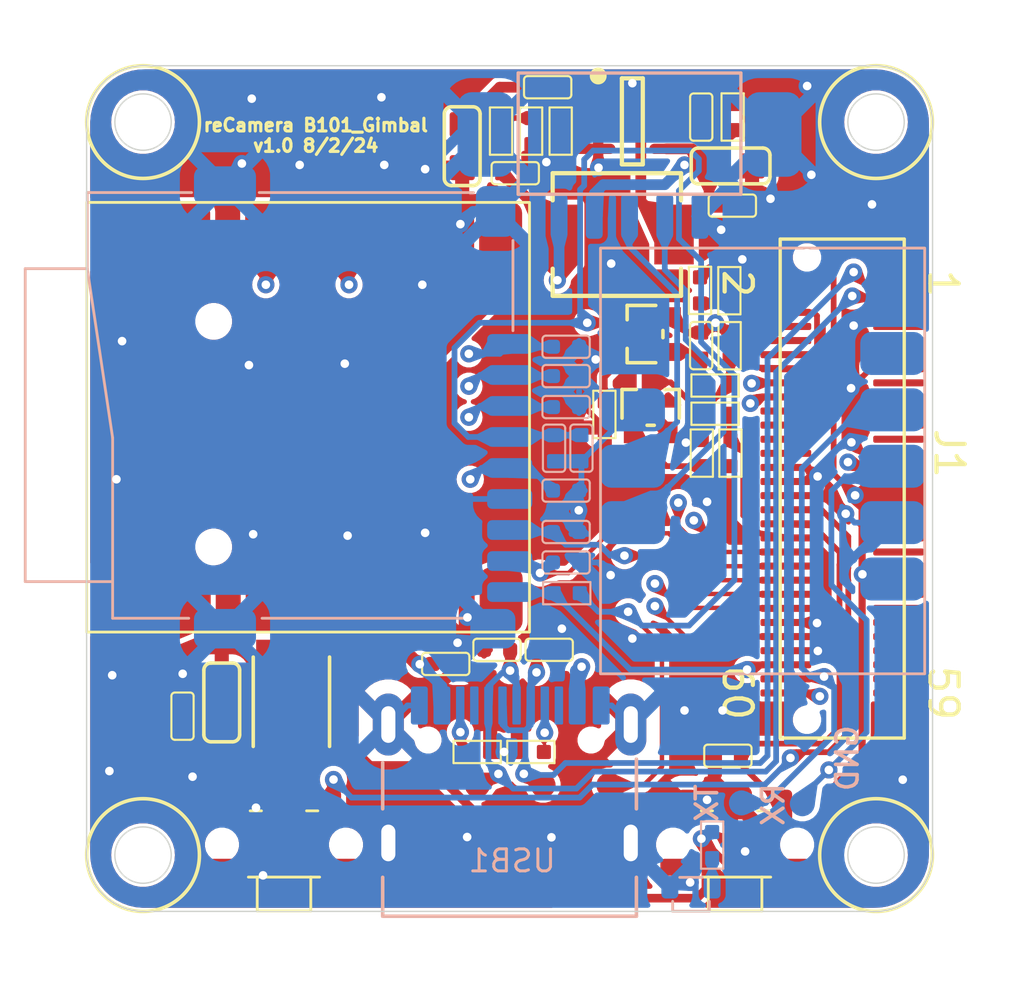
<source format=kicad_pcb>
(kicad_pcb (version 20240108) (generator "pcbnew") (generator_version "8.0")
  (layers (0 "F.Cu" signal) (1 "In1.Cu" signal) (2 "In2.Cu" signal) (31 "B.Cu" signal) (34 "B.Paste" user) (35 "F.Paste" user) (36 "B.SilkS" user "B.Silkscreen") (37 "F.SilkS" user "F.Silkscreen") (38 "B.Mask" user) (39 "F.Mask" user) (44 "Edge.Cuts" user))
  (net 0 "")
  (net 1 "+3V3")
  (net 2 "GND")
  (net 3 "+5V")
  (net 4 "USB_DN")
  (net 5 "USB_DP")
  (net 6 "SDIO_D1{slash}3V3")
  (net 7 "SDIO_D0{slash}3V3")
  (net 8 "SDIO_CLK{slash}3V3")
  (net 9 "SDIO_CMD{slash}3V3")
  (net 10 "SDIO_D3{slash}3V3")
  (net 11 "SDIO_D2{slash}3V3")
  (net 12 "SD_PWR_3V3")
  (net 13 "USB_DET")
  (net 14 "DEBUG_UART0_TX")
  (net 15 "GPIO13")
  (net 16 "Net-(D10-+)")
  (net 17 "GPIO12")
  (net 18 "IIC1_SDA")
  (net 19 "IIC2_SCL")
  (net 20 "SDIO_CD{slash}3V3")
  (net 21 "nRESET")
  (net 22 "IIC2_SDA")
  (net 23 "EPHY_TXN")
  (net 24 "EPHY_RXP")
  (net 25 "PWR_WAKEUP1")
  (net 26 "IIC1_SCL")
  (net 27 "EPHY_RXN")
  (net 28 "UPGRAD_KEY{slash}WL_BT_EN")
  (net 29 "DEBUG_UART0_RX")
  (net 30 "EPHY_TXP")
  (net 31 "+12V")
  (net 33 "SD1_CLK")
  (net 34 "SD1_CMD")
  (net 35 "SD1_D0")
  (net 36 "SD1_D1")
  (net 37 "SD1_D2")
  (net 38 "SD1_D3")
  (net 39 "Net-(USB1-B5{slash}CC2)")
  (net 40 "BT_UART1_TX")
  (net 41 "BT_UART1_RX")
  (net 42 "BT_UART1_RTS")
  (net 43 "BT_UART1_CTS")
  (net 44 "Net-(USB1-A5{slash}CC1)")
  (net 49 "Net-(Q2-G)")
  (net 51 "SD0_PWR_EN")
  (net 52 "VIN")
  (net 59 "RESERVE1")
  (net 62 "RESERVE2")
  (net 66 "Net-(U4-LX)")
  (net 67 "Net-(U4-BS)")
  (net 68 "Net-(U4-FB)")
  (net 69 "Net-(U4-FS)")
  (net 70 "Net-(Q1-B)")
  (net 71 "Net-(Q1-C)")
  (net 72 "Net-(U4-EN)")
  (net 73 "CANH")
  (net 74 "CANL")
  (footprint "Capacitor_SMD:C0402" (layer "F.Cu") (at 101.95 106.55 90)
    (property "Reference" "C7" (hide yes))
    (property "Value" "100nF" (hide yes))
  )
  (footprint "Inductor_SMD:6.8uH" (layer "F.Cu") (at 115.06 87.229)
    (property "Reference" "L1" (hide yes))
    (property "Value" "6.8uH" (hide yes))
  )
  (footprint "Misc:TP-D35MIL" (layer "F.Cu") (at 114.733333 109)
    (property "Reference" "TP4" (hide yes))
    (property "Value" "Test Point" (hide yes))
  )
  (footprint "Misc:TP-D35MIL" (layer "F.Cu") (at 110.066667 109)
    (property "Reference" "TP6" (hide yes))
    (property "Value" "Test Point" (hide yes))
  )
  (footprint "Resistor:R0402" (layer "F.Cu") (at 114.3 107.823 180)
    (property "Reference" "R12" (hide yes))
    (property "Value" "5.1K")
  )
  (footprint "Diode_SMD:ESD-0402" (layer "F.Cu") (at 113.1 104.2 180)
    (property "Reference" "D3" (hide yes))
    (property "Value" "ESDPSA0402V05" (hide yes))
  )
  (footprint "Resistor_SMD:R0402" (layer "F.Cu") (at 113.65775 84.95 -90)
    (property "Reference" "R9" (hide yes))
    (property "Value" "100K" (hide yes))
  )
  (footprint "Connector:WT9011G4K" (layer "F.Cu") (at 98.547919 103.57 90)
    (property "Reference" "U1" (hide yes))
    (property "Value" "~" (hide yes))
  )
  (footprint "Resistor:R0402" (layer "F.Cu") (at 120.3 91.45 90)
    (property "Reference" "R5" (hide yes))
    (property "Value" "20K")
  )
  (footprint "Transistor:SOT-323" (layer "F.Cu") (at 118.55 95.6 -90)
    (property "Reference" "Q1" (hide yes))
    (property "Value" "S9013W" (hide yes))
  )
  (footprint "Capacitor_SMD:C0402" (layer "F.Cu") (at 120.334 93.4125 -90)
    (property "Reference" "C8" (hide yes))
    (property "Value" "100nF")
  )
  (footprint "Resistor:R0402" (layer "F.Cu") (at 120.834 95.825)
    (property "Reference" "R24" (hide yes))
    (property "Value" "1K")
  )
  (footprint "Connector:BTB60-Male-Female-0.5-17.7x4.4mm" (layer "F.Cu") (at 125.344 98.48 -90)
    (property "Reference" "J1")
    (property "Value" "ST-BTB-058060-A")
  )
  (footprint "Resistor:R0402" (layer "F.Cu") (at 121.341 91.461 -90)
    (property "Reference" "R4" (hide yes))
    (property "Value" "10K")
  )
  (footprint "Capacitor_SMD:C0402" (layer "F.Cu") (at 120.35 85.3 90)
    (property "Reference" "C5" (hide yes))
    (property "Value" "10nF" (hide yes))
  )
  (footprint "Converter_DCDC:SY8303AIC" (layer "F.Cu") (at 118.34 87.0045 180)
    (property "Reference" "U4" (hide yes))
    (property "Value" "~" (hide yes))
  )
  (footprint "Resistor:R0402" (layer "F.Cu") (at 120.3635 97.222 -90)
    (property "Reference" "R3" (hide yes))
    (property "Value" "100K")
  )
  (footprint "Resistor:R0402" (layer "F.Cu") (at 121.35 93.4125 90)
    (property "Reference" "R22" (hide yes))
    (property "Value" "33K")
  )
  (footprint "Fuse:F1210" (layer "F.Cu") (at 105.806 106.0415 90)
    (property "Reference" "F1" (hide yes))
    (property "Value" "2A")
  )
  (footprint "Misc:TP-D35MIL" (layer "F.Cu") (at 117.066667 109)
    (property "Reference" "TP7" (hide yes))
    (property "Value" "Test Point" (hide yes))
  )
  (footprint "Diode_SMD:ESD-0402" (layer "F.Cu") (at 114.95 104.2)
    (property "Reference" "D2" (hide yes))
    (property "Value" "ESDPSA0402V05" (hide yes))
  )
  (footprint "Capacitor_SMD:C0402" (layer "F.Cu") (at 114.9 84.25)
    (property "Reference" "C10" (hide yes))
    (property "Value" "100pF" (hide yes))
  )
  (footprint "Switch:SW5-SMD-4.56X2.3X1.9MM" (layer "F.Cu") (at 121.544 111.111 180)
    (property "Reference" "K2" (hide yes))
    (property "Value" "TD-1100AP-A4N-D1R" (hide yes))
  )
  (footprint "Resistor_SMD:R0402" (layer "F.Cu") (at 113.89225 86.65 90)
    (property "Reference" "R10" (hide yes))
    (property "Value" "13.7k" (hide yes))
  )
  (footprint "Capacitor_SMD:C0603" (layer "F.Cu") (at 102.61575 107.44525 90)
    (property "Reference" "C6" (hide yes))
    (property "Value" "10uF" (hide yes))
  )
  (footprint "Resistor:R0402" (layer "F.Cu") (at 112.395 107.823 180)
    (property "Reference" "R7" (hide yes))
    (property "Value" "5.1K")
  )
  (footprint "Misc:TP-D35MIL" (layer "F.Cu") (at 112.4 109)
    (property "Reference" "TP5" (hide yes))
    (property "Value" "Test Point" (hide yes))
  )
  (footprint "Capacitor_SMD:C0603" (layer "F.Cu") (at 120.00475 86.31575)
    (property "Reference" "C4" (hide yes))
    (property "Value" "47uF" (hide yes))
  )
  (footprint "Capacitor_SMD:C0402" (layer "F.Cu") (at 121.45 88.45)
    (property "Reference" "C3" (hide yes))
    (property "Value" "100nF" (hide yes))
  )
  (footprint "Resistor_SMD:R0402" (layer "F.Cu") (at 114.94225 86.65 90)
    (property "Reference" "R6" (hide yes))
    (property "Value" "200k" (hide yes))
  )
  (footprint "Mosfet:SOT-323" (layer "F.Cu") (at 118.35 93)
    (property "Reference" "Q2" (hide yes))
    (property "Value" "CJ2101" (hide yes))
  )
  (footprint "Capacitor_SMD:C0402" (layer "F.Cu") (at 121.285 107.95 180)
    (property "Reference" "C9" (hide yes))
    (property "Value" "10pF")
  )
  (footprint "Resistor:R0402" (layer "F.Cu") (at 120.834 94.825 180)
    (property "Reference" "R20" (hide yes))
    (property "Value" "47K")
  )
  (footprint "Switch:SW5-SMD-4.56X2.3X1.9MM" (layer "F.Cu") (at 105.544 111.111 180)
    (property "Reference" "K1" (hide yes))
    (property "Value" "TD-1100AP-A4N-D1R" (hide yes))
  )
  (footprint "Capacitor_SMD:C0603" (layer "F.Cu") (at 112.58425 84.95475 -90)
    (property "Reference" "C11" (hide yes))
    (property "Value" "47uF" (hide yes))
  )
  (footprint "Diode_SMD:ESD-0402" (layer "F.Cu") (at 111.28 104.7)
    (property "Reference" "D1" (hide yes))
    (property "Value" "ESDPSA0402V05" (hide yes))
  )
  (footprint "Resistor_SMD:R0402" (layer "F.Cu") (at 116.49225 96.7 90)
    (property "Reference" "R21" (hide yes))
    (property "Value" "100K" (hide yes))
  )
  (footprint "Capacitor_SMD:C0402" (layer "F.Cu") (at 113.75 87.3)
    (property "Reference" "C12" (hide yes))
    (property "Value" "100nF" (hide yes))
  )
  (footprint "Resistor:R0402" (layer "F.Cu") (at 121.3795 97.222 -90)
    (property "Reference" "R2" (hide yes))
    (property "Value" "1K")
  )
  (footprint "Resistor_SMD:R0402" (layer "F.Cu") (at 121.04225 86.15 90)
    (property "Reference" "R8" (hide yes))
    (property "Value" "10k" (hide yes))
  )
  (footprint "Capacitor:C0402" (layer "B.Cu") (at 115.1229 97.05 -90)
    (property "Reference" "C1" (hide yes))
    (property "Value" "1uF")
  )
  (footprint "Misc:TP-D35MIL" (layer "B.Cu") (at 123.93 109.66 180)
    (property "Reference" "TP2" (hide yes))
    (property "Value" "Test Point" (hide yes))
  )
  (footprint "Connector:MICRO-SD-CARD-9P" (layer "B.Cu") (at 105.375 95.57 180)
    (property "Reference" "J2" (hide yes))
    (property "Value" "ST-TF-003J" (hide yes))
  )
  (footprint "Capacitor_SMD:C0402" (layer "B.Cu") (at 116.1 97.05 -90)
    (property "Reference" "C2" (hide yes))
    (property "Value" "100nF")
  )
  (footprint "Diode_SMD:ESD-0402" (layer "B.Cu") (at 115.55 98.552)
    (property "Reference" "D6" (hide yes))
    (property "Value" "ESDPSA0402V05" (hide yes))
  )
  (footprint "Connector:USB2.0-TYPE-C" (layer "B.Cu") (at 113.544 106.3 90)
    (property "Reference" "USB1")
    (property "Value" "USB2.0 Type C")
  )
  (footprint "Diode_SMD:ESD-0402" (layer "B.Cu") (at 115.55 100.02)
    (property "Reference" "D5" (hide yes))
    (property "Value" "ESDPSA0402V05" (hide yes))
  )
  (footprint "Diode_SMD:ESD-0402" (layer "B.Cu") (at 115.55 95.59)
    (property "Reference" "D7" (hide yes))
    (property "Value" "ESDPSA0402V05" (hide yes))
  )
  (footprint "Connector:TTL-CAN" (layer "B.Cu") (at 128.27 89.95 180)
    (property "Reference" "U2" (hide yes))
    (property "Value" "~" (hide yes))
  )
  (footprint "Connector:JST5_2P_1d25_7_9x4_3x3_4mm" (layer "B.Cu") (at 117.8 88.82)
    (property "Reference" "J3" (hide yes))
    (property "Value" "1.25-5A-WT")
  )
  (footprint "Diode_SMD:ESD-0402" (layer "B.Cu") (at 115.55 94.49)
    (property "Reference" "D8" (hide yes))
    (property "Value" "ESDPSA0402V05" (hide yes))
  )
  (footprint "Diode:LED2-0.6X1.7MM" (layer "B.Cu") (at 119.98 112.621)
    (property "Reference" "D10" (hide yes))
    (property "Value" "27-21/GHC-YR1S2M/3C" (hide yes))
  )
  (footprint "Diode_SMD:ESD-0402" (layer "B.Cu") (at 115.55 101.1)
    (property "Reference" "D4" (hide yes))
    (property "Value" "ESDPSA0402V05" (hide yes))
  )
  (footprint "Misc:TP-D35MIL" (layer "B.Cu") (at 126.85 108.1 180)
    (property "Reference" "TP3" (hide yes))
    (property "Value" "Test Point" (hide yes))
  )
  (footprint "Diode_SMD:ESD-0402" (layer "B.Cu") (at 115.55 93.45)
    (property "Reference" "D9" (hide yes))
    (property "Value" "ESDPSA0402V05" (hide yes))
  )
  (footprint "Misc:TP-D35MIL" (layer "B.Cu") (at 121.77 109.63 180)
    (property "Reference" "TP1" (hide yes))
    (property "Value" "Test Point" (hide yes))
  )
  (footprint "Resistor:R0402" (layer "B.Cu") (at 120.73 111.125 90)
    (property "Reference" "R1" (hide yes))
    (property "Value" "510R")
  )
  (footprint "Resistor:R0402" (layer "B.Cu") (at 115.5729 102.19)
    (property "Reference" "R23" (hide yes))
    (property "Value" "100K")
  )
  (gr_circle (center 100.544 111.48) (end 102.544 111.48) (stroke (width 0.127)) (fill none) (layer "F.SilkS"))
  (gr_circle (center 100.544 85.48) (end 102.544 85.48) (stroke (width 0.127)) (fill none) (layer "F.SilkS"))
  (gr_circle (center 126.544 111.48) (end 128.544 111.48) (stroke (width 0.127)) (fill none) (layer "F.SilkS"))
  (gr_circle (center 126.544 85.48) (end 128.544 85.48) (stroke (width 0.127)) (fill none) (layer "F.SilkS"))
  (gr_circle (center 100.544 111.48) (end 101.544 111.48) (stroke (width 0.05)) (fill none) (layer "Edge.Cuts"))
  (gr_line (start 128.548285 85.580549) (end 128.547997 111.49247) (stroke (width 0.05)) (layer "Edge.Cuts"))
  (gr_line (start 98.541715 111.379451) (end 98.542003 85.46753) (stroke (width 0.05)) (layer "Edge.Cuts"))
  (gr_arc (start 126.56247 83.482003) (mid 127.99 84.12) (end 128.548285 85.580549) (stroke (width 0.05)) (layer "Edge.Cuts"))
  (gr_circle (center 126.544 111.48) (end 127.544 111.48) (stroke (width 0.05)) (fill none) (layer "Edge.Cuts"))
  (gr_circle (center 126.544 85.48) (end 127.544 85.48) (stroke (width 0.05)) (fill none) (layer "Edge.Cuts"))
  (gr_arc (start 128.547997 111.49247) (mid 127.91 112.92) (end 126.449451 113.478285) (stroke (width 0.05)) (layer "Edge.Cuts"))
  (gr_line (start 126.449451 113.478285) (end 100.52753 113.477997) (stroke (width 0.05)) (layer "Edge.Cuts"))
  (gr_line (start 100.640549 83.481715) (end 126.56247 83.482003) (stroke (width 0.05)) (layer "Edge.Cuts"))
  (gr_arc (start 100.52753 113.477997) (mid 99.1 112.84) (end 98.541715 111.379451) (stroke (width 0.05)) (layer "Edge.Cuts"))
  (gr_circle (center 100.544 85.48) (end 101.544 85.48) (stroke (width 0.05)) (fill none) (layer "Edge.Cuts"))
  (gr_arc (start 98.542003 85.46753) (mid 99.18 84.04) (end 100.640549 83.481715) (stroke (width 0.05)) (layer "Edge.Cuts"))
  (gr_text "TX" (at 120.99 109.63 90) (layer "B.SilkS") (effects (font (size 0.762 0.762) (thickness 0.127)) (justify bottom mirror)))
  (gr_text "GND" (at 125.97 108.045 90) (layer "B.SilkS") (effects (font (size 0.762 0.762) (thickness 0.127)) (justify bottom mirror)))
  (gr_text "RX" (at 123.34 109.69 90) (layer "B.SilkS") (effects (font (size 0.762 0.762) (thickness 0.127)) (justify bottom mirror)))
  (gr_text "reCamera B101_Gimbal\nv1.0 8/2/24" (at 106.67 86.58 0) (layer "F.SilkS") (effects (font (size 0.45 0.45) (thickness 0.1125)) (justify bottom)))
  (segment (start 119.8204 92.9464) (end 119.239 92.365) (width 0.2032) (layer "F.Cu") (net 1))
  (segment (start 125.548 97.54066) (end 125.73734 97.73) (width 0.254) (layer "F.Cu") (net 1))
  (segment (start 120.85 92.6) (end 121.2 92.95) (width 0.2032) (layer "F.Cu") (net 1))
  (segment (start 120.344 92.95) (end 120.3404 92.9464) (width 0.2032) (layer "F.Cu") (net 1))
  (segment (start 120.5 92.95) (end 120.344 92.95) (width 0.2032) (layer "F.Cu") (net 1))
  (segment (start 125.73734 97.73) (end 127.344 97.73) (width 0.254) (layer "F.Cu") (net 1))
  (segment (start 121.2 92.95) (end 121.35 92.95) (width 0.2032) (layer "F.Cu") (net 1))
  (segment (start 120.85 92.6) (end 120.5 92.95) (width 0.2032) (layer "F.Cu") (net 1))
  (segment (start 120.3404 92.9464) (end 119.8204 92.9464) (width 0.2032) (layer "F.Cu") (net 1))
  (via (at 125.548 97.54066) (size 0.6096) (drill 0.3048) (layers "F.Cu" "B.Cu") (net 1))
  (via (at 120.85 92.6) (size 0.6096) (drill 0.3048) (layers "F.Cu" "B.Cu") (net 1))
  (segment (start 124.29 98.23) (end 123.344 98.23) (width 0.2032) (layer "F.Cu") (net 2))
  (segment (start 125.67 96.84) (end 126.06 97.23) (width 0.2032) (layer "F.Cu") (net 2))
  (segment (start 121.341 90.809) (end 121.8 90.35) (width 0.2032) (layer "F.Cu") (net 2))
  (segment (start 104.55 109.8) (end 104.589 109.761) (width 0.2032) (layer "F.Cu") (net 2))
  (segment (start 111.74 104.7) (end 111.74 103.99) (width 0.2032) (layer "F.Cu") (net 2))
  (segment (start 121.957001 91.742999) (end 121.341 91.126999) (width 0.2032) (layer "F.Cu") (net 2))
  (segment (start 122.444001 92.23) (end 121.957001 91.742999) (width 0.2032) (layer "F.Cu") (net 2))
  (segment (start 123.569 111.911) (end 122.461 111.911) (width 0.2032) (layer "F.Cu") (net 2))
  (segment (start 110.60325 87.09675) (end 110.55 87.15) (width 0.2032) (layer "F.Cu") (net 2))
  (segment (start 116.689 85.7795) (end 116.689 87.089) (width 0.2032) (layer "F.Cu") (net 2))
  (segment (start 122.14675 87.03575) (end 122.14675 87.54675) (width 0.2032) (layer "F.Cu") (net 2))
  (segment (start 119.7095 96.7595) (end 119.4555 96.7595) (width 0.2032) (layer "F.Cu") (net 2))
  (segment (start 124.243999 93.73) (end 124.45 93.523999) (width 0.2032) (layer "F.Cu") (net 2))
  (segment (start 114.4564 87.2936) (end 114.85 86.9) (width 0.2032) (layer "F.Cu") (net 2))
  (segment (start 122.461 111.911) (end 121.9 111.35) (width 0.2032) (layer "F.Cu") (net 2))
  (segment (start 120.3635 96.7595) (end 119.8905 96.7595) (width 0.2032) (layer "F.Cu") (net 2))
  (segment (start 121.341 91.126999) (end 121.341 90.9985) (width 0.2032) (layer "F.Cu") (net 2))
  (segment (start 116.689 87.089) (end 116.7 87.1) (width 0.2032) (layer "F.Cu") (net 2))
  (segment (start 126.06 97.23) (end 127.344 97.23) (width 0.2032) (layer "F.Cu") (net 2))
  (segment (start 120.55 109.52) (end 120.641 109.611) (width 0.2032) (layer "F.Cu") (net 2))
  (segment (start 119.994 109.611) (end 119.844 109.761) (width 0.2032) (layer "F.Cu") (net 2))
  (segment (start 121.544 109.611) (end 121.544 110.994) (width 0.2032) (layer "F.Cu") (net 2))
  (segment (start 124.43 103.23) (end 124.45 103.25) (width 0.2032) (layer "F.Cu") (net 2))
  (segment (start 115.41 103.46) (end 115.4 103.45) (width 0.2032) (layer "F.Cu") (net 2))
  (segment (start 115.37225 86.37775) (end 114.85 86.9) (width 0.2032) (layer "F.Cu") (net 2))
  (segment (start 103.33575 105.30325) (end 102.20325 105.30325) (width 0.381) (layer "F.Cu") (net 2))
  (segment (start 120.8261 109.2439) (end 120.8261 107.9564) (width 0.2032) (layer "F.Cu") (net 2))
  (segment (start 115.37225 86.265) (end 115.37225 86.37775) (width 0.2032) (layer "F.Cu") (net 2))
  (segment (start 120.459 109.611) (end 119.994 109.611) (width 0.2032) (layer "F.Cu") (net 2))
  (segment (start 101.9436 105.0564) (end 101.95 105.05) (width 0.381) (layer "F.Cu") (net 2))
  (segment (start 126.348 94.23) (end 127.344 94.23) (width 0.2032) (layer "F.Cu") (net 2))
  (segment (start 102.20325 105.30325) (end 101.95 105.05) (width 0.381) (layer "F.Cu") (net 2))
  (segment (start 122.14675 87.54675) (end 122.8 88.2) (width 0.2032) (layer "F.Cu") (net 2))
  (segment (start 124.45 93.523999) (end 124.45 92.35) (width 0.2032) (layer "F.Cu") (net 2))
  (segment (start 124.471099 98.048901) (end 124.152198 97.73) (width 0.2032) (layer "F.Cu") (net 2))
  (segment (start 103.844 109.761) (end 104.511 109.761) (width 0.2032) (layer "F.Cu") (net 2))
  (segment (start 119.4555 96.7595) (end 119.185 96.489) (width 0.2032) (layer "F.Cu") (net 2))
  (segment (start 112.64 104.2) (end 111.95 104.2) (width 0.2032) (layer "F.Cu") (net 2))
  (segment (start 119.519 111.911) (end 119.519 112.019) (width 0.2032) (layer "F.Cu") (net 2))
  (segment (start 110.479919 100.120081) (end 110.479919 102.42) (width 0.2032) (layer "F.Cu") (net 2))
  (segment (start 110.066667 110.227333) (end 109.244 111.05) (width 0.2032) (layer "F.Cu") (net 2))
  (segment (start 126.22 92.23) (end 127.344 92.23) (width 0.2032) (layer "F.Cu") (net 2))
  (segment (start 111.95 104.2) (end 111.7 103.95) (width 0.2032) (layer "F.Cu") (net 2))
  (segment (start 101.9436 106.0911) (end 101.9436 105.0564) (width 0.381) (layer "F.Cu") (net 2))
  (segment (start 114.32225 86.37225) (end 114.85 86.9) (width 0.2032) (layer "F.Cu") (net 2))
  (segment (start 123.344 103.23) (end 124.43 103.23) (width 0.2032) (layer "F.Cu") (net 2))
  (segment (start 123.344 93.73) (end 124.243999 93.73) (width 0.2032) (layer "F.Cu") (net 2))
  (segment (start 120.55 109.52) (end 120.459 109.611) (width 0.2032) (layer "F.Cu") (net 2))
  (segment (start 116.15 94.35) (end 116.6 93.9) (width 0.2032) (layer "F.Cu") (net 2))
  (segment (start 124.45 92.35) (end 124.33 92.23) (width 0.2032) (layer "F.Cu") (net 2))
  (segment (start 124.152198 97.73) (end 123.344 97.73) (width 0.2032) (layer "F.Cu") (net 2))
  (segment (start 119.8 96.85) (end 119.7095 96.7595) (width 0.2032) (layer "F.Cu") (net 2))
  (segment (start 104.511 109.761) (end 104.55 109.8) (width 0.2032) (layer "F.Cu") (net 2))
  (segment (start 110.461919 89.466) (end 110.461919 91.238081) (width 0.3048) (layer "F.Cu") (net 2))
  (segment (start 116.15 95.54275) (end 116.15 94.35) (width 0.2032) (layer "F.Cu") (net 2))
  (segment (start 124.33 92.23) (end 123.344 92.23) (width 0.2032) (layer "F.Cu") (net 2))
  (segment (start 116.92225 96.315) (end 116.15 95.54275) (width 0.2032) (layer "F.Cu") (net 2))
  (segment (start 120.641 109.611) (end 121.544 109.611) (width 0.2032) (layer "F.Cu") (net 2))
  (segment (start 111.86425 87.09675) (end 110.60325 87.09675) (width 0.2032) (layer "F.Cu") (net 2))
  (segment (start 110.461919 91.238081) (end 110.45 91.25) (width 0.3048) (layer "F.Cu") (net 2))
  (segment (start 111.74 103.99) (end 111.7 103.95) (width 0.2032) (layer "F.Cu") (net 2))
  (segment (start 103.519 111.911) (end 104.511 111.911) (width 0.2032) (layer "F.Cu") (net 2))
  (segment (start 114.32225 86.265) (end 114.32225 86.37225) (width 0.2032) (layer "F.Cu") (net 2))
  (segment (start 104.589 109.761) (end 105.394 109.761) (width 0.2032) (layer "F.Cu") (net 2))
  (segment (start 119.519 112.019) (end 119.95 112.45) (width 0.2032) (layer "F.Cu") (net 2))
  (segment (start 122.5564 88.4436) (end 122.8 88.2) (width 0.2032) (layer "F.Cu") (net 2))
  (segment (start 124.471099 98.048901) (end 124.29 98.23) (width 0.2032) (layer "F.Cu") (net 2))
  (segment (start 123.344 92.23) (end 122.444001 92.23) (width 0.2032) (layer "F.Cu") (net 2))
  (segment (start 121.544 110.994) (end 121.9 111.35) (width 0.2032) (layer "F.Cu") (net 2))
  (segment (start 104.511 111.911) (end 104.8 112.2) (width 0.2032) (layer "F.Cu") (net 2))
  (segment (start 121.9089 88.4436) (end 122.5564 88.4436) (width 0.2032) (layer "F.Cu") (net 2))
  (segment (start 125.75 92.7) (end 126.22 92.23) (width 0.2032) (layer "F.Cu") (net 2))
  (segment (start 119.8905 96.7595) (end 119.8 96.85) (width 0.2032) (layer "F.Cu") (net 2))
  (segment (start 121.341 90.9985) (end 121.341 90.809) (width 0.2032) (layer "F.Cu") (net 2))
  (segment (start 110.066667 109) (end 110.066667 110.227333) (width 0.2032) (layer "F.Cu") (net 2))
  (segment (start 115.41 104.2) (end 115.41 103.46) (width 0.2032) (layer "F.Cu") (net 2))
  (segment (start 105.089 111.911) (end 104.8 112.2) (width 0.2032) (layer "F.Cu") (net 2))
  (segment (start 125.658 94.92) (end 126.348 94.23) (width 0.2032) (layer "F.Cu") (net 2))
  (segment (start 110.55 100.05) (end 110.479919 100.120081) (width 0.2032) (layer "F.Cu") (net 2))
  (segment (start 105.394 109.761) (end 105.544 109.611) (width 0.2032) (layer "F.Cu") (net 2))
  (segment (start 114.2089 87.2936) (end 114.4564 87.2936) (width 0.2032) (layer "F.Cu") (net 2))
  (segment (start 120.55 109.52) (end 120.8261 109.2439) (width 0.2032) (layer "F.Cu") (net 2))
  (segment (start 107.569 111.911) (end 105.089 111.911) (width 0.2032) (layer "F.Cu") (net 2))
  (via (at 125.67 96.84) (size 0.6096) (drill 0.3048) (layers "F.Cu" "B.Cu") (net 2))
  (via (at 112.04 110.84) (size 0.6096) (drill 0.3048) (layers "F.Cu" "B.Cu") (net 2))
  (via (at 99.6 98.15) (size 0.6096) (drill 0.3048) (layers "F.Cu" "B.Cu") (net 2))
  (via (at 104.4 84.65) (size 0.6096) (drill 0.3048) (layers "F.Cu" "B.Cu") (net 2))
  (via (at 104.05 86.95) (size 0.6096) (drill 0.3048) (layers "F.Cu" "B.Cu") (net 2))
  (via (at 114.85 86.9) (size 0.6096) (drill 0.3048) (layers "F.Cu" "B.Cu") (net 2))
  (via (at 124.25 87.35) (size 0.6096) (drill 0.3048) (layers "F.Cu" "B.Cu") (net 2))
  (via (at 117.15 90.5) (size 0.6096) (drill 0.3048) (layers "F.Cu" "B.Cu") (net 2))
  (via (at 107.8 100.15) (size 0.6096) (drill 0.3048) (layers "F.Cu" "B.Cu") (net 2))
  (via (at 116.6 93.9) (size 0.6096) (drill 0.3048) (layers "F.Cu" "B.Cu") (net 2))
  (via (at 107.7 94.05) (size 0.6096) (drill 0.3048) (layers "F.Cu" "B.Cu") (net 2))
  (via (at 119.95 112.45) (size 0.6096) (drill 0.3048) (layers "F.Cu" "B.Cu") (net 2))
  (via (at 104.55 109.8) (size 0.6096) (drill 0.3048) (layers "F.Cu" "B.Cu") (net 2))
  (via (at 124.45 103.25) (size 0.6096) (drill 0.3048) (layers "F.Cu" "B.Cu") (net 2))
  (via (at 121.8 90.35) (size 0.6096) (drill 0.3048) (layers "F.Cu" "B.Cu") (net 2))
  (via (at 121.9 111.35) (size 0.6096) (drill 0.3048) (layers "F.Cu" "B.Cu") (net 2))
  (via (at 104.3 94.1) (size 0.6096) (drill 0.3048) (layers "F.Cu" "B.Cu") (net 2))
  (via (at 120.55 109.52) (size 0.6096) (drill 0.3048) (layers "F.Cu" "B.Cu") (net 2))
  (via (at 124.48 104.24) (size 0.6096) (drill 0.3048) (layers "F.Cu" "B.Cu") (net 2))
  (via (at 104.45 100.1) (size 0.6096) (drill 0.3048) (layers "F.Cu" "B.Cu") (net 2))
  (via (at 117.9 103.8) (size 0.6096) (drill 0.3048) (layers "F.Cu" "B.Cu") (net 2))
  (via (at 101.95 105.05) (size 0.6096) (drill 0.3048) (layers "F.Cu" "B.Cu") (net 2))
  (via (at 102.3 108.7) (size 0.6096) (drill 0.3048) (layers "F.Cu" "B.Cu") (net 2))
  (via (at 112.05 103.05) (size 0.6096) (drill 0.3048) (layers "F.Cu" "B.Cu") (net 2))
  (via (at 110.45 91.25) (size 0.6096) (drill 0.3048) (layers "F.Cu" "B.Cu") (net 2))
  (via (at 115.4 103.45) (size 0.6096) (drill 0.3048) (layers "F.Cu" "B.Cu") (net 2))
  (via (at 125.658 94.92) (size 0.6096) (drill 0.3048) (layers "F.Cu" "B.Cu") (net 2))
  (via (at 110.55 87.15) (size 0.6096) (drill 0.3048) (layers "F.Cu" "B.Cu") (net 2))
  (via (at 109 84.6) (size 0.6096) (drill 0.3048) (layers "F.Cu" "B.Cu") (net 2))
  (via (at 127.491 108.807) (size 0.6096) (drill 0.3048) (layers "F.Cu" "B.Cu") (net 2))
  (via (at 124.471099 98.048901) (size 0.6096) (drill 0.3048) (layers "F.Cu" "B.Cu") (net 2))
  (via (at 121.1 106.35) (size 0.6096) (drill 0.3048) (layers "F.Cu" "B.Cu") (net 2))
  (via (at 119.8 96.85) (size 0.6096) (drill 0.3048) (layers "F.Cu" "B.Cu") (net 2))
  (via (at 117.9 84.1) (size 0.6096) (drill 0.3048) (layers "F.Cu" "B.Cu") (net 2))
  (via (at 126.4 88.4) (size 0.6096) (drill 0.3048) (layers "F.Cu" "B.Cu") (net 2))
  (via (at 121.05 89.3) (size 0.6096) (drill 0.3048) (layers "F.Cu" "B.Cu") (net 2))
  (via (at 109.1 87) (size 0.6096) (drill 0.3048) (layers "F.Cu" "B.Cu") (net 2))
  (via (at 116 99.25) (size 0.6096) (drill 0.3048) (layers "F.Cu" "B.Cu") (net 2))
  (via (at 119.75 106.35) (size 0.6096) (drill 0.3048) (layers "F.Cu" "B.Cu") (net 2))
  (via (at 125.75 92.7) (size 0.6096) (drill 0.3048) (layers "F.Cu" "B.Cu") (net 2))
  (via (at 125.468 99.373056) (size 0.6096) (drill 0.3048) (layers "F.Cu" "B.Cu") (net 2))
  (via (at 104.8 112.2) (size 0.6096) (drill 0.3048) (layers "F.Cu" "B.Cu") (net 2))
  (via (at 116.7 87.1) (size 0.6096) (drill 0.3048) (layers "F.Cu" "B.Cu") (net 2))
  (via (at 111.7 103.95) (size 0.6096) (drill 0.3048) (layers "F.Cu" "B.Cu") (net 2))
  (via (at 99.45 105.1) (size 0.6096) (drill 0.3048) (layers "F.Cu" "B.Cu") (net 2))
  (via (at 113.35 107.82) (size 0.6096) (drill 0.3048) (layers "F.Cu" "B.Cu") (net 2))
  (via (at 99.35 108.5) (size 0.6096) (drill 0.3048) (layers "F.Cu" "B.Cu") (net 2))
  (via (at 99.8 93.25) (size 0.6096) (drill 0.3048) (layers "F.Cu" "B.Cu") (net 2))
  (via (at 124.1 84.2) (size 0.6096) (drill 0.3048) (layers "F.Cu" "B.Cu") (net 2))
  (via (at 110.55 100.05) (size 0.6096) (drill 0.3048) (layers "F.Cu" "B.Cu") (net 2))
  (via (at 117.13 101.55) (size 0.6096) (drill 0.3048) (layers "F.Cu" "B.Cu") (net 2))
  (via (at 115.03 110.85) (size 0.6096) (drill 0.3048) (layers "F.Cu" "B.Cu") (net 2))
  (via (at 122.8 88.2) (size 0.6096) (drill 0.3048) (layers "F.Cu" "B.Cu") (net 2))
  (via (at 120.55 98.95) (size 0.6096) (drill 0.3048) (layers "F.Cu" "B.Cu") (net 2))
  (via (at 111.8 89.1) (size 0.6096) (drill 0.3048) (layers "F.Cu" "B.Cu") (net 2))
  (via (at 106.1 87) (size 0.6096) (drill 0.3048) (layers "F.Cu" "B.Cu") (net 2))
  (segment (start 125.782944 99.688) (end 127.127 99.688) (width 0.2032) (layer "B.Cu") (net 2))
  (segment (start 111.85 103.8) (end 111.7 103.95) (width 0.2032) (layer "B.Cu") (net 2))
  (segment (start 112.95 103.8) (end 111.85 103.8) (width 0.2032) (layer "B.Cu") (net 2))
  (segment (start 113.05 88.65) (end 112.25 88.65) (width 0.381) (layer "B.Cu") (net 2))
  (segment (start 101.95 105.05) (end 101.95 104.95) (width 0.381) (layer "B.Cu") (net 2))
  (segment (start 116.15 93.45) (end 116.6 93.9) (width 0.2032) (layer "B.Cu") (net 2))
  (segment (start 119.23 112.621) (end 119.779 112.621) (width 0.2032) (layer "B.Cu") (net 2))
  (segment (start 122.9 85.92) (end 122.9 88.1) (width 0.2032) (layer "B.Cu") (net 2))
  (segment (start 103.45 87.55) (end 104.05 86.95) (width 0.2032) (layer "B.Cu") (net 2))
  (segment (start 116.68 101.1) (end 117.13 101.55) (width 0.2032) (layer "B.Cu") (net 2))
  (segment (start 116.01 99.26) (end 116 99.25) (width 0.2032) (layer "B.Cu") (net 2))
  (segment (start 116.09 97.5125) (end 116.0936 97.5089) (width 0.2032) (layer "B.Cu") (net 2))
  (segment (start 116.794 106.175) (end 117.169 106.175) (width 0.2032) (layer "B.Cu") (net 2))
  (segment (start 116.0936 97.5089) (end 116.0936 98.4684) (width 0.2032) (layer "B.Cu") (net 2))
  (segment (start 116.0936 97.5074) (end 117.913 95.688) (width 0.2032) (layer "B.Cu") (net 2))
  (segment (start 116.0936 98.4684) (end 116.01 98.552) (width 0.2032) (layer "B.Cu") (net 2))
  (segment (start 112.25 88.65) (end 111.8 89.1) (width 0.381) (layer "B.Cu") (net 2))
  (segment (start 113.2 98.85) (end 111.75 98.85) (width 0.2032) (layer "B.Cu") (net 2))
  (segment (start 122.9 88.1) (end 122.8 88.2) (width 0.2032) (layer "B.Cu") (net 2))
  (segment (start 116.01 100.02) (end 116.01 99.26) (width 0.2032) (layer "B.Cu") (net 2))
  (segment (start 111.78 85.92) (end 110.55 87.15) (width 0.381) (layer "B.Cu") (net 2))
  (segment (start 101.95 104.95) (end 103.45 103.45) (width 0.381) (layer "B.Cu") (net 2))
  (segment (start 125.468 99.373056) (end 125.782944 99.688) (width 0.2032) (layer "B.Cu") (net 2))
  (segment (start 103.45 88.1) (end 103.45 87.55) (width 0.2032) (layer "B.Cu") (net 2))
  (segment (start 116.01 98.552) (end 116.01 99.24) (width 0.2032) (layer "B.Cu") (net 2))
  (segment (start 120.57 88.82) (end 121.05 89.3) (width 0.2032) (layer "B.Cu") (net 2))
  (segment (start 103.45 103.8) (end 103.2 103.8) (width 0.2032) (layer "B.Cu") (net 2))
  (segment (start 112.95 89.1) (end 113.05 89) (width 0.3048) (layer "B.Cu") (net 2))
  (segment (start 116.01 101.1) (end 116.68 101.1) (width 0.2032) (layer "B.Cu") (net 2))
  (segment (start 126.85 108.166) (end 127.491 108.807) (width 0.2032) (layer "B.Cu") (net 2))
  (segment (start 116.01 93.45) (end 116.15 93.45) (width 0.2032) (layer "B.Cu") (net 2))
  (segment (start 116.01 94.49) (end 116.6 93.9) (width 0.2032) (layer "B.Cu") (net 2))
  (segment (start 112.7 85.92) (end 111.78 85.92) (width 0.381) (layer "B.Cu") (net 2))
  (segment (start 124.471099 98.175099) (end 124.471099 98.048901) (width 0.2032) (layer "B.Cu") (net 2))
  (segment (start 120.3 88.82) (end 120.57 88.82) (width 0.2032) (layer "B.Cu") (net 2))
  (segment (start 116.01 99.24) (end 116 99.25) (width 0.2032) (layer "B.Cu") (net 2))
  (segment (start 115.1229 97.5125) (end 116.09 97.5125) (width 0.2032) (layer "B.Cu") (net 2))
  (segment (start 111.75 98.85) (end 110.55 100.05) (width 0.2032) (layer "B.Cu") (net 2))
  (segment (start 116.01 95.59) (end 116.01 94.49) (width 0.2032) (layer "B.Cu") (net 2))
  (segment (start 109.919 106.175) (end 109.244 106.85) (width 0.2032) (layer "B.Cu") (net 2))
  (segment (start 116.0936 97.5089) (end 116.0936 97.5074) (width 0.2032) (layer "B.Cu") (net 2))
  (segment (start 110.344 106.175) (end 109.919 106.175) (width 0.2032) (layer "B.Cu") (net 2))
  (segment (start 117.169 106.175) (end 117.844 106.85) (width 0.2032) (layer "B.Cu") (net 2))
  (segment (start 126.85 108.1) (end 126.85 108.166) (width 0.2032) (layer "B.Cu") (net 2))
  (segment (start 119.779 112.621) (end 119.95 112.45) (width 0.2032) (layer "B.Cu") (net 2))
  (segment (start 113.22775 86.26) (end 113.22775 87.23745) (width 0.381) (layer "F.Cu") (net 3))
  (segment (start 113.22775 87.23745) (end 113.2839 87.2936) (width 0.381) (layer "F.Cu") (net 3))
  (segment (start 113.1934 84.2436) (end 111.86425 85.57275) (width 0.381) (layer "F.Cu") (net 3))
  (segment (start 113.2839 87.2936) (end 115.322 89.3317) (width 0.381) (layer "F.Cu") (net 3))
  (segment (start 106.2 104.0475) (end 106.2 98.591) (width 0.381) (layer "F.Cu") (net 3))
  (segment (start 110.805 104.71) (end 110.815 104.7) (width 0.2032) (layer "F.Cu") (net 3))
  (segment (start 115.322 89.3317) (end 115.322 89.469) (width 0.381) (layer "F.Cu") (net 3))
  (segment (start 115.322 89.469) (end 115.322 91.008) (width 0.381) (layer "F.Cu") (net 3))
  (segment (start 111.86425 85.57275) (end 112.5405 85.57275) (width 0.381) (layer "F.Cu") (net 3))
  (segment (start 105.806 104.4415) (end 106.2 104.0475) (width 0.2032) (layer "F.Cu") (net 3))
  (segment (start 114.4339 84.2436) (end 113.1934 84.2436) (width 0.381) (layer "F.Cu") (net 3))
  (segment (start 112.5405 85.57275) (end 113.22775 86.26) (width 0.381) (layer "F.Cu") (net 3))
  (segment (start 106.2 98.591) (end 115.322 89.469) (width 0.381) (layer "F.Cu") (net 3))
  (segment (start 115.322 91.008) (end 115.24 91.09) (width 0.381) (layer "F.Cu") (net 3))
  (segment (start 110.0915 104.4415) (end 110.36 104.71) (width 0.381) (layer "F.Cu") (net 3))
  (segment (start 110.36 104.71) (end 110.805 104.71) (width 0.2032) (layer "F.Cu") (net 3))
  (segment (start 105.806 104.4415) (end 110.0915 104.4415) (width 0.381) (layer "F.Cu") (net 3))
  (via (at 115.24 91.09) (size 0.6096) (drill 0.3048) (layers "F.Cu" "B.Cu") (net 3))
  (via (at 116.1 104.8) (size 0.6096) (drill 0.3048) (layers "F.Cu" "B.Cu") (net 3))
  (via (at 110.36 104.71) (size 0.6096) (drill 0.3048) (layers "F.Cu" "B.Cu") (net 3))
  (segment (start 111.144 106.175) (end 111.144 105.494) (width 0.381) (layer "B.Cu") (net 3))
  (segment (start 115.3 91.03) (end 115.24 91.09) (width 0.381) (layer "B.Cu") (net 3))
  (segment (start 115.944 105.254) (end 115.94 105.25) (width 0.503174) (layer "B.Cu") (net 3))
  (segment (start 111.144 105.494) (end 110.36 104.71) (width 0.381) (layer "B.Cu") (net 3))
  (segment (start 115.94 104.96) (end 116.1 104.8) (width 0.503174) (layer "B.Cu") (net 3))
  (segment (start 115.8 106.319) (end 115.944 106.175) (width 0.2032) (layer "B.Cu") (net 3))
  (segment (start 115.944 106.175) (end 115.944 105.254) (width 0.503174) (layer "B.Cu") (net 3))
  (segment (start 115.94 105.25) (end 115.94 104.96) (width 0.503174) (layer "B.Cu") (net 3))
  (segment (start 115.3 88.82) (end 115.3 91.03) (width 0.381) (layer "B.Cu") (net 3))
  (segment (start 114.45 109) (end 114.733333 109) (width 0.141986) (layer "F.Cu") (net 4))
  (segment (start 126.18 91.23) (end 125.75 90.8) (width 0.2032) (layer "F.Cu") (net 4))
  (segment (start 114.05 108.6) (end 114.45 109) (width 0.141986) (layer "F.Cu") (net 4))
  (segment (start 114.4875 104.9875) (end 114.4875 104.71) (width 0.141986) (layer "F.Cu") (net 4))
  (segment (start 114.5 104.215) (end 114.485 104.2) (width 0.2032) (layer "F.Cu") (net 4))
  (segment (start 127.344 91.23) (end 126.18 91.23) (width 0.2032) (layer "F.Cu") (net 4))
  (segment (start 114.5 105) (end 114.5 104.215) (width 0.2032) (layer "F.Cu") (net 4))
  (segment (start 114.5 105) (end 114.4875 104.9875) (width 0.141986) (layer "F.Cu") (net 4))
  (via (at 125.75 90.8) (size 0.6096) (drill 0.3048) (layers "F.Cu" "B.Cu") (net 4))
  (via (at 114.5 105) (size 0.6096) (drill 0.3048) (layers "F.Cu" "B.Cu") (net 4))
  (via (at 114.05 108.6) (size 0.6096) (drill 0.3048) (layers "F.Cu" "B.Cu") (net 4))
  (segment (start 115.1 108.64) (end 114.09 108.64) (width 0.2032) (layer "B.Cu") (net 4))
  (segment (start 114.294 105.206) (end 114.294 106.175) (width 0.2032) (layer "B.Cu") (net 4))
  (segment (start 114.1068 108.5432) (end 114.05 108.6) (width 0.2032) (layer "B.Cu") (net 4))
  (segment (start 125.75 90.8) (end 122.6952 93.8548) (width 0.2032) (layer "B.Cu") (net 4))
  (segment (start 114.1068 107.0532) (end 114.294 106.866) (width 0.2032) (layer "B.Cu") (net 4))
  (segment (start 114.09 108.64) (end 114.05 108.6) (width 0.2032) (layer "B.Cu") (net 4))
  (segment (start 113.497201 107.0532) (end 114.1068 107.0532) (width 0.2032) (layer "B.Cu") (net 4))
  (segment (start 122.436232 108.213768) (end 115.526232 108.213768) (width 0.2032) (layer "B.Cu") (net 4))
  (segment (start 113.294 106.175) (end 113.294 106.849999) (width 0.2032) (layer "B.Cu") (net 4))
  (segment (start 114.1068 107.0532) (end 114.1068 108.5432) (width 0.2032) (layer "B.Cu") (net 4))
  (segment (start 114.294 106.866) (end 114.294 106.175) (width 0.2032) (layer "B.Cu") (net 4))
  (segment (start 113.294 106.849999) (end 113.497201 107.0532) (width 0.2032) (layer "B.Cu") (net 4))
  (segment (start 122.6952 107.9548) (end 122.436232 108.213768) (width 0.2032) (layer "B.Cu") (net 4))
  (segment (start 114.25 108.8) (end 114.05 108.6) (width 0.141986) (layer "B.Cu") (net 4))
  (segment (start 114.5 105) (end 114.294 105.206) (width 0.2032) (layer "B.Cu") (net 4))
  (segment (start 122.6952 93.8548) (end 122.6952 107.9548) (width 0.2032) (layer "B.Cu") (net 4))
  (segment (start 115.526232 108.213768) (end 115.1 108.64) (width 0.2032) (layer "B.Cu") (net 4))
  (segment (start 113.563062 104.936938) (end 113.789438 104.936938) (width 0.141986) (layer "F.Cu") (net 5))
  (segment (start 127.344 91.73) (end 125.78 91.73) (width 0.2032) (layer "F.Cu") (net 5))
  (segment (start 113.15 108.6) (end 112.75 109) (width 0.141986) (layer "F.Cu") (net 5))
  (segment (start 113.563062 104.201938) (end 113.565 104.2) (width 0.2032) (layer "F.Cu") (net 5))
  (segment (start 112.75 109) (end 112.4 109) (width 0.141986) (layer "F.Cu") (net 5))
  (segment (start 125.78 91.73) (end 125.7 91.65) (width 0.2032) (layer "F.Cu") (net 5))
  (segment (start 113.563062 104.936938) (end 113.563062 104.201938) (width 0.2032) (layer "F.Cu") (net 5))
  (via (at 125.7 91.65) (size 0.6096) (drill 0.3048) (layers "F.Cu" "B.Cu") (net 5))
  (via (at 113.15 108.6) (size 0.6096) (drill 0.3048) (layers "F.Cu" "B.Cu") (net 5))
  (via (at 113.563062 104.936938) (size 0.6096) (drill 0.3048) (layers "F.Cu" "B.Cu") (net 5))
  (segment (start 123 108.15) (end 122.631432 108.518568) (width 0.2032) (layer "B.Cu") (net 5))
  (segment (start 125.7 91.65) (end 123 94.35) (width 0.2032) (layer "B.Cu") (net 5))
  (segment (start 113.274001 105.02) (end 112.794 105.500001) (width 0.2032) (layer "B.Cu") (net 5))
  (segment (start 113.794 105.167876) (end 113.794 106.175) (width 0.2032) (layer "B.Cu") (net 5))
  (segment (start 113.563062 104.936938) (end 113.48 105.02) (width 0.2032) (layer "B.Cu") (net 5))
  (segment (start 116.518568 108.518568) (end 115.917136 109.12) (width 0.2032) (layer "B.Cu") (net 5))
  (segment (start 113.48 105.02) (end 113.274001 105.02) (width 0.2032) (layer "B.Cu") (net 5))
  (segment (start 112.794 106.175) (end 112.794 108.244) (width 0.2032) (layer "B.Cu") (net 5))
  (segment (start 113.563062 104.936938) (end 113.794 105.167876) (width 0.2032) (layer "B.Cu") (net 5))
  (segment (start 123 94.35) (end 123 108.15) (width 0.2032) (layer "B.Cu") (net 5))
  (segment (start 112.794 105.500001) (end 112.794 106.175) (width 0.2032) (layer "B.Cu") (net 5))
  (segment (start 113.67 109.12) (end 113.15 108.6) (width 0.2032) (layer "B.Cu") (net 5))
  (segment (start 122.631432 108.518568) (end 116.518568 108.518568) (width 0.2032) (layer "B.Cu") (net 5))
  (segment (start 112.794 108.244) (end 113.15 108.6) (width 0.2032) (layer "B.Cu") (net 5))
  (segment (start 115.917136 109.12) (end 113.67 109.12) (width 0.2032) (layer "B.Cu") (net 5))
  (segment (start 115.639626 101.475) (end 117.049258 100.065368) (width 0.156464) (layer "F.Cu") (net 6))
  (segment (start 120.85 101.73) (end 123.344 101.73) (width 0.156464) (layer "F.Cu") (net 6))
  (segment (start 114.625 101.475) (end 115.639626 101.475) (width 0.156464) (layer "F.Cu") (net 6))
  (segment (start 119.185368 100.065368) (end 120.85 101.73) (width 0.156464) (layer "F.Cu") (net 6))
  (segment (start 117.049258 100.065368) (end 119.185368 100.065368) (width 0.156464) (layer "F.Cu") (net 6))
  (via (at 114.625 101.475) (size 0.6096) (drill 0.3048) (layers "F.Cu" "B.Cu") (net 6))
  (segment (start 115 101.1) (end 115.085 101.1) (width 0.2032) (layer "B.Cu") (net 6))
  (segment (start 114.625 101.475) (end 114.2 101.05) (width 0.2032) (layer "B.Cu") (net 6))
  (segment (start 114.625 101.475) (end 115 101.1) (width 0.2032) (layer "B.Cu") (net 6))
  (segment (start 114.2 101.05) (end 113.55 101.05) (width 0.2032) (layer "B.Cu") (net 6))
  (segment (start 119.12 100.86) (end 120.478001 102.218001) (width 0.156464) (layer "F.Cu") (net 7))
  (segment (start 117.62 100.86) (end 119.12 100.86) (width 0.156464) (layer "F.Cu") (net 7))
  (segment (start 123.332001 102.218001) (end 123.344 102.23) (width 0.156464) (layer "F.Cu") (net 7))
  (segment (start 120.478001 102.218001) (end 123.332001 102.218001) (width 0.156464) (layer "F.Cu") (net 7))
  (via (at 117.62 100.86) (size 0.6096) (drill 0.3048) (layers "F.Cu" "B.Cu") (net 7))
  (segment (start 115.085 100.02) (end 115.5382 100.4732) (width 0.2032) (layer "B.Cu") (net 7))
  (segment (start 115.5382 100.4732) (end 116.729016 100.4732) (width 0.2032) (layer "B.Cu") (net 7))
  (segment (start 116.729016 100.4732) (end 117.115816 100.86) (width 0.2032) (layer "B.Cu") (net 7))
  (segment (start 117.115816 100.86) (end 117.62 100.86) (width 0.2032) (layer "B.Cu") (net 7))
  (segment (start 113.62 100.02) (end 113.55 99.95) (width 0.2032) (layer "B.Cu") (net 7))
  (segment (start 115.085 100.02) (end 113.62 100.02) (width 0.2032) (layer "B.Cu") (net 7))
  (segment (start 121.88 103.73) (end 123.344 103.73) (width 0.156464) (layer "F.Cu") (net 8))
  (segment (start 119.78 103.73) (end 118.7 102.65) (width 0.156464) (layer "F.Cu") (net 8))
  (segment (start 121.88 103.73) (end 119.78 103.73) (width 0.156464) (layer "F.Cu") (net 8))
  (via (at 112.15 98.15) (size 0.6096) (drill 0.3048) (layers "F.Cu" "B.Cu") (net 8))
  (via (at 118.7 102.65) (size 0.6096) (drill 0.3048) (layers "F.Cu" "B.Cu") (net 8))
  (segment (start 112.15 98.15) (end 112.55 97.75) (width 0.2032) (layer "B.Cu") (net 8))
  (segment (start 115.085 98.552) (end 114.283 97.75) (width 0.2032) (layer "B.Cu") (net 8))
  (segment (start 114.283 97.75) (end 113.55 97.75) (width 0.2032) (layer "B.Cu") (net 8))
  (segment (start 112.55 97.75) (end 113.55 97.75) (width 0.2032) (layer "B.Cu") (net 8))
  (segment (start 112.15 98.15) (end 112.2 98.1) (width 0.2032) (layer "B.Cu") (net 8))
  (segment (start 118.7 101.85) (end 119.562453 102.712453) (width 0.156464) (layer "F.Cu") (net 9))
  (segment (start 118.75 101.9) (end 118.7 101.85) (width 0.156464) (layer "F.Cu") (net 9))
  (segment (start 119.562453 102.712453) (end 123.326453 102.712453) (width 0.156464) (layer "F.Cu") (net 9))
  (segment (start 123.326453 102.712453) (end 123.344 102.73) (width 0.156464) (layer "F.Cu") (net 9))
  (via (at 118.7 101.85) (size 0.6096) (drill 0.3048) (layers "F.Cu" "B.Cu") (net 9))
  (via (at 112.1 95.95) (size 0.6096) (drill 0.3048) (layers "F.Cu" "B.Cu") (net 9))
  (segment (start 113.59 95.59) (end 113.55 95.55) (width 0.2032) (layer "B.Cu") (net 9))
  (segment (start 113.55 95.55) (end 112.5 95.55) (width 0.2032) (layer "B.Cu") (net 9))
  (segment (start 112.5 95.55) (end 112.1 95.95) (width 0.2032) (layer "B.Cu") (net 9))
  (segment (start 115.085 95.59) (end 113.59 95.59) (width 0.2032) (layer "B.Cu") (net 9))
  (segment (start 121.202 100.73) (end 123.344 100.73) (width 0.156464) (layer "F.Cu") (net 10))
  (segment (start 120.08 99.608) (end 121.202 100.73) (width 0.156464) (layer "F.Cu") (net 10))
  (via (at 120.08 99.608) (size 0.6096) (drill 0.3048) (layers "F.Cu" "B.Cu") (net 10))
  (via (at 112.1 94.85) (size 0.6096) (drill 0.3048) (layers "F.Cu" "B.Cu") (net 10))
  (segment (start 113.55 94.45) (end 112.5 94.45) (width 0.2032) (layer "B.Cu") (net 10))
  (segment (start 115.085 94.49) (end 113.59 94.49) (width 0.2032) (layer "B.Cu") (net 10))
  (segment (start 113.59 94.49) (end 113.55 94.45) (width 0.2032) (layer "B.Cu") (net 10))
  (segment (start 112.5 94.45) (end 112.1 94.85) (width 0.2032) (layer "B.Cu") (net 10))
  (segment (start 119.53 98.98) (end 119.53 99.81) (width 0.156464) (layer "F.Cu") (net 11))
  (segment (start 123.339368 101.234632) (end 123.344 101.23) (width 0.156464) (layer "F.Cu") (net 11))
  (segment (start 120.954632 101.234632) (end 123.339368 101.234632) (width 0.156464) (layer "F.Cu") (net 11))
  (segment (start 119.53 99.81) (end 120.954632 101.234632) (width 0.156464) (layer "F.Cu") (net 11))
  (via (at 112.1 93.7) (size 0.6096) (drill 0.3048) (layers "F.Cu" "B.Cu") (net 11))
  (via (at 119.53 98.98) (size 0.6096) (drill 0.3048) (layers "F.Cu" "B.Cu") (net 11))
  (segment (start 112.1 93.7) (end 113.2 93.7) (width 0.2032) (layer "B.Cu") (net 11))
  (segment (start 113.65 93.45) (end 113.55 93.35) (width 0.2032) (layer "B.Cu") (net 11))
  (segment (start 113.2 93.7) (end 113.55 93.35) (width 0.2032) (layer "B.Cu") (net 11))
  (segment (start 115.085 93.45) (end 113.65 93.45) (width 0.2032) (layer "B.Cu") (net 11))
  (segment (start 117.461 93.989) (end 117.461 93) (width 0.2032) (layer "F.Cu") (net 12))
  (segment (start 118.95 108.35) (end 118.3 109) (width 0.156464) (layer "F.Cu") (net 12))
  (segment (start 117.061 92.6) (end 117.461 93) (width 0.2032) (layer "F.Cu") (net 12))
  (segment (start 118.95 104.05) (end 118.95 108.35) (width 0.156464) (layer "F.Cu") (net 12))
  (segment (start 116.3 92.6) (end 117.061 92.6) (width 0.2032) (layer "F.Cu") (net 12))
  (segment (start 116.92225 94.52775) (end 116.92225 95.39) (width 0.2032) (layer "F.Cu") (net 12))
  (segment (start 117.461 93.989) (end 116.92225 94.52775) (width 0.2032) (layer "F.Cu") (net 12))
  (segment (start 118.3 109) (end 117.066667 109) (width 0.156464) (layer "F.Cu") (net 12))
  (segment (start 117.75 102.85) (end 118.95 104.05) (width 0.156464) (layer "F.Cu") (net 12))
  (via (at 116.3 92.6) (size 0.6096) (drill 0.3048) (layers "F.Cu" "B.Cu") (net 12))
  (via (at 117.75 102.85) (size 0.6096) (drill 0.3048) (layers "F.Cu" "B.Cu") (net 12))
  (segment (start 119.960421 86.492) (end 116.508 86.492) (width 0.2032) (layer "B.Cu") (net 12))
  (segment (start 119.5532 87.915221) (end 120.258 87.210421) (width 0.2032) (layer "B.Cu") (net 12))
  (segment (start 120.339579 93.279579) (end 120.339579 90.406835) (width 0.2032) (layer "B.Cu") (net 12))
  (segment (start 117.75 102.85) (end 116.6954 102.85) (width 0.2032) (layer "B.Cu") (net 12))
  (segment (start 112.081579 96.65) (end 111.592 96.160421) (width 0.2032) (layer "B.Cu") (net 12))
  (segment (start 121.52 94.46) (end 120.339579 93.279579) (width 0.2032) (layer "B.Cu") (net 12))
  (segment (start 116.192 87.728) (end 116.0468 87.8732) (width 0.2032) (layer "B.Cu") (net 12))
  (segment (start 116.0468 92.3468) (end 116.3 92.6) (width 0.2032) (layer "B.Cu") (net 12))
  (segment (start 113.6125 96.5875) (end 113.55 96.65) (width 0.2032) (layer "B.Cu") (net 12))
  (segment (start 115.1229 96.5875) (end 116.09 96.5875) (width 0.2032) (layer "B.Cu") (net 12))
  (segment (start 116.3 92.6) (end 116.3 92.4) (width 0.2032) (layer "B.Cu") (net 12))
  (segment (start 116.192 86.808) (end 116.192 87.728) (width 0.2032) (layer "B.Cu") (net 12))
  (segment (start 112.481579 92.6) (end 116.3 92.6) (width 0.2032) (layer "B.Cu") (net 12))
  (segment (start 119.5532 89.620456) (end 119.5532 87.915221) (width 0.2032) (layer "B.Cu") (net 12))
  (segment (start 116.09 96.5875) (end 116.0936 96.5839) (width 0.2032) (layer "B.Cu") (net 12))
  (segment (start 120.258 86.789579) (end 119.960421 86.492) (width 0.2032) (layer "B.Cu") (net 12))
  (segment (start 118.24 103.34) (end 119.91 103.34) (width 0.2032) (layer "B.Cu") (net 12))
  (segment (start 120.339579 90.406835) (end 119.5532 89.620456) (width 0.2032) (layer "B.Cu") (net 12))
  (segment (start 116.6954 102.85) (end 116.0354 102.19) (width 0.2032) (layer "B.Cu") (net 12))
  (segment (start 111.592 93.489579) (end 112.481579 92.6) (width 0.2032) (layer "B.Cu") (net 12))
  (segment (start 120.258 87.210421) (end 120.258 86.789579) (width 0.2032) (layer "B.Cu") (net 12))
  (segment (start 116.508 86.492) (end 116.192 86.808) (width 0.2032) (layer "B.Cu") (net 12))
  (segment (start 116.0468 87.8732) (end 116.0468 92.3468) (width 0.2032) (layer "B.Cu") (net 12))
  (segment (start 111.592 96.160421) (end 111.592 93.489579) (width 0.2032) (layer "B.Cu") (net 12))
  (segment (start 119.91 103.34) (end 121.52 101.73) (width 0.2032) (layer "B.Cu") (net 12))
  (segment (start 117.75 102.85) (end 118.24 103.34) (width 0.2032) (layer "B.Cu") (net 12))
  (segment (start 115.1229 96.5875) (end 113.6125 96.5875) (width 0.2032) (layer "B.Cu") (net 12))
  (segment (start 121.52 101.73) (end 121.52 94.46) (width 0.2032) (layer "B.Cu") (net 12))
  (segment (start 113.55 96.65) (end 112.081579 96.65) (width 0.2032) (layer "B.Cu") (net 12))
  (segment (start 121.779832 92.362332) (end 121.341 91.9235) (width 0.156464) (layer "F.Cu") (net 13))
  (segment (start 121.341 91.9235) (end 120.311 91.9235) (width 0.254) (layer "F.Cu") (net 13))
  (segment (start 121.779832 93.565831) (end 121.779832 92.362332) (width 0.156464) (layer "F.Cu") (net 13))
  (segment (start 123.344 94.23) (end 122.444001 94.23) (width 0.156464) (layer "F.Cu") (net 13))
  (segment (start 122.444001 94.23) (end 121.779832 93.565831) (width 0.156464) (layer "F.Cu") (net 13))
  (segment (start 121.341 91.9235) (end 121.236 91.9235) (width 0.2032) (layer "F.Cu") (net 13))
  (segment (start 120.311 91.9235) (end 120.3 91.9125) (width 0.254) (layer "F.Cu") (net 13))
  (segment (start 124.62 105.23) (end 123.344 105.23) (width 0.1524) (layer "F.Cu") (net 14))
  (segment (start 124.7 105.15) (end 124.62 105.23) (width 0.1524) (layer "F.Cu") (net 14))
  (via (at 124.7 105.15) (size 0.6096) (drill 0.3048) (layers "F.Cu" "B.Cu") (net 14))
  (segment (start 127.127 95.688) (end 125.984 95.688) (width 0.2032) (layer "B.Cu") (net 14))
  (segment (start 124.7 105.15) (end 125.058 105.508) (width 0.2032) (layer "B.Cu") (net 14))
  (segment (start 122.631052 109.63) (end 121.77 109.63) (width 0.2032) (layer "B.Cu") (net 14))
  (segment (start 123.91 97.762) (end 123.91 104.84) (width 0.2032) (layer "B.Cu") (net 14))
  (segment (start 126.262 95.638) (end 127.257 95.638) (width 0.2032) (layer "B.Cu") (net 14))
  (segment (start 125.058 105.508) (end 125.058 107.203052) (width 0.2032) (layer "B.Cu") (net 14))
  (segment (start 125.058 107.203052) (end 122.631052 109.63) (width 0.2032) (layer "B.Cu") (net 14))
  (segment (start 123.91 104.84) (end 124.22 105.15) (width 0.2032) (layer "B.Cu") (net 14))
  (segment (start 124.22 105.15) (end 124.7 105.15) (width 0.2032) (layer "B.Cu") (net 14))
  (segment (start 125.984 95.688) (end 123.91 97.762) (width 0.2032) (layer "B.Cu") (net 14))
  (segment (start 124.7 105.15) (end 124.78 105.15) (width 0.2032) (layer "B.Cu") (net 14))
  (segment (start 120.73 112.621) (end 120.73 111.5447) (width 0.2032) (layer "B.Cu") (net 16))
  (segment (start 107.695919 89.466) (end 107.695919 91.095919) (width 0.2032) (layer "F.Cu") (net 18))
  (segment (start 107.695919 91.095919) (end 107.85 91.25) (width 0.2032) (layer "F.Cu") (net 18))
  (segment (start 122.13079 94.749212) (end 122.150002 94.73) (width 0.2032) (layer "F.Cu") (net 18))
  (segment (start 122.150002 94.73) (end 123.344 94.73) (width 0.2032) (layer "F.Cu") (net 18))
  (via (at 107.85 91.25) (size 0.6096) (drill 0.3048) (layers "F.Cu" "B.Cu") (net 18))
  (via (at 122.13079 94.749212) (size 0.6096) (drill 0.3048) (layers "F.Cu" "B.Cu") (net 18))
  (segment (start 122.14 104.73) (end 121.97 104.9) (width 0.2032) (layer "F.Cu") (net 20))
  (segment (start 123.344 104.73) (end 122.14 104.73) (width 0.2032) (layer "F.Cu") (net 20))
  (via (at 121.97 104.9) (size 0.6096) (drill 0.3048) (layers "F.Cu" "B.Cu") (net 20))
  (segment (start 115.1104 102.19) (end 113.59 102.19) (width 0.2032) (layer "B.Cu") (net 20))
  (segment (start 113.59 102.19) (end 113.55 102.15) (width 0.2032) (layer "B.Cu") (net 20))
  (segment (start 121.97 104.9) (end 117.8204 104.9) (width 0.2032) (layer "B.Cu") (net 20))
  (segment (start 117.8204 104.9) (end 115.1104 102.19) (width 0.2032) (layer "B.Cu") (net 20))
  (segment (start 123.344 99.23) (end 124.606523 99.23) (width 0.2032) (layer "F.Cu") (net 21))
  (segment (start 125.552 101.730421) (end 125.56 101.738421) (width 0.2032) (layer "F.Cu") (net 21))
  (segment (start 124.866574 107.831431) (end 123.7112 107.831431) (width 0.2032) (layer "F.Cu") (net 21))
  (segment (start 107.3 108.8) (end 107.3 109.705) (width 0.156464) (layer "F.Cu") (net 21))
  (segment (start 123.7112 107.831431) (end 123.508 108.034631) (width 0.2032) (layer "F.Cu") (net 21))
  (segment (start 125.552 101.309579) (end 125.552 101.730421) (width 0.2032) (layer "F.Cu") (net 21))
  (segment (start 107.3 109.705) (end 107.244 109.761) (width 0.156464) (layer "F.Cu") (net 21))
  (segment (start 125.56 100.183477) (end 125.56 101.301579) (width 0.2032) (layer "F.Cu") (net 21))
  (segment (start 124.606523 99.23) (end 125.56 100.183477) (width 0.2032) (layer "F.Cu") (net 21))
  (segment (start 125.56 107.138005) (end 124.866574 107.831431) (width 0.2032) (layer "F.Cu") (net 21))
  (segment (start 125.56 101.301579) (end 125.552 101.309579) (width 0.2032) (layer "F.Cu") (net 21))
  (segment (start 125.56 101.738421) (end 125.56 107.138005) (width 0.2032) (layer "F.Cu") (net 21))
  (via (at 123.508 108.034631) (size 0.6096) (drill 0.3048) (layers "F.Cu" "B.Cu") (net 21))
  (via (at 107.3 108.8) (size 0.6096) (drill 0.3048) (layers "F.Cu" "B.Cu") (net 21))
  (segment (start 123.508 108.034631) (end 123.508 108.040004) (width 0.156464) (layer "B.Cu") (net 21))
  (segment (start 116.028188 109.44) (end 107.94 109.44) (width 0.2032) (layer "B.Cu") (net 21))
  (segment (start 107.94 109.44) (end 107.3 108.8) (width 0.2032) (layer "B.Cu") (net 21))
  (segment (start 122.601052 108.98) (end 116.488188 108.98) (width 0.2032) (layer "B.Cu") (net 21))
  (segment (start 123.508 108.034631) (end 123.508 108.073052) (width 0.2032) (layer "B.Cu") (net 21))
  (segment (start 116.488188 108.98) (end 116.028188 109.44) (width 0.2032) (layer "B.Cu") (net 21))
  (segment (start 123.508 108.073052) (end 122.601052 108.98) (width 0.2032) (layer "B.Cu") (net 21))
  (segment (start 104.929919 89.466) (end 104.929919 91.220081) (width 0.2032) (layer "F.Cu") (net 26))
  (segment (start 122.085345 95.458959) (end 122.314304 95.23) (width 0.2032) (layer "F.Cu") (net 26))
  (segment (start 122.314304 95.23) (end 123.344 95.23) (width 0.2032) (layer "F.Cu") (net 26))
  (segment (start 104.929919 91.220081) (end 104.9 91.25) (width 0.2032) (layer "F.Cu") (net 26))
  (via (at 122.085345 95.458959) (size 0.6096) (drill 0.3048) (layers "F.Cu" "B.Cu") (net 26))
  (via (at 104.9 91.25) (size 0.6096) (drill 0.3048) (layers "F.Cu" "B.Cu") (net 26))
  (segment (start 122.180869 107.526631) (end 121.7511 107.9564) (width 0.2032) (layer "F.Cu") (net 28))
  (segment (start 123.344 99.73) (end 124.243999 99.73) (width 0.2032) (layer "F.Cu") (net 28))
  (segment (start 123.02 109.537) (end 123.244 109.761) (width 0.156464) (layer "F.Cu") (net 28))
  (segment (start 123.244 109.761) (end 121.7511 108.2681) (width 0.2032) (layer "F.Cu") (net 28))
  (segment (start 125.2552 101.175327) (end 125.2472 101.183327) (width 0.2032) (layer "F.Cu") (net 28))
  (segment (start 123.244 109.314) (end 123.244 109.761) (width 0.156464) (layer "F.Cu") (net 28))
  (segment (start 125.2552 100.741201) (end 125.2552 101.175327) (width 0.2032) (layer "F.Cu") (net 28))
  (segment (start 124.243999 99.73) (end 125.2552 100.741201) (width 0.2032) (layer "F.Cu") (net 28))
  (segment (start 121.7511 108.2681) (end 121.7511 107.9564) (width 0.2032) (layer "F.Cu") (net 28))
  (segment (start 124.678569 107.526631) (end 122.180869 107.526631) (width 0.2032) (layer "F.Cu") (net 28))
  (segment (start 125.2472 101.183327) (end 125.2472 106.958) (width 0.2032) (layer "F.Cu") (net 28))
  (segment (start 125.2472 106.958) (end 124.678569 107.526631) (width 0.2032) (layer "F.Cu") (net 28))
  (segment (start 123.344 105.73) (end 124.43 105.73) (width 0.1524) (layer "F.Cu") (net 29))
  (segment (start 124.43 105.73) (end 124.55 105.85) (width 0.1524) (layer "F.Cu") (net 29))
  (via (at 124.87 108.46) (size 0.6096) (drill 0.3048) (layers "F.Cu" "B.Cu") (net 29))
  (via (at 124.55 105.85) (size 0.6096) (drill 0.3048) (layers "F.Cu" "B.Cu") (net 29))
  (segment (start 124.87 108.46) (end 123.93 109.4) (width 0.2032) (layer "B.Cu") (net 29))
  (segment (start 124.96 101.9) (end 126.21 103.15) (width 0.2032) (layer "B.Cu") (net 29))
  (segment (start 123.93 109.66) (end 123.94 109.67) (width 0.2032) (layer "B.Cu") (net 29))
  (segment (start 126.76634 98.04866) (end 125.48134 98.04866) (width 0.2032) (layer "B.Cu") (net 29))
  (segment (start 126.21 103.15) (end 126.21 107.12) (width 0.2032) (layer "B.Cu") (net 29))
  (segment (start 123.93 109.4) (end 123.93 109.66) (width 0.2032) (layer "B.Cu") (net 29))
  (segment (start 125.48134 98.04866) (end 124.96 98.57) (width 0.2032) (layer "B.Cu") (net 29))
  (segment (start 123.94 109.67) (end 124.27 109.67) (width 0.2032) (layer "B.Cu") (net 29))
  (segment (start 127.127 97.688) (end 126.76634 98.04866) (width 0.2032) (layer "B.Cu") (net 29))
  (segment (start 126.538 97.638) (end 127.357 97.638) (width 0.2032) (layer "B.Cu") (net 29))
  (segment (start 124.96 98.57) (end 124.96 101.9) (width 0.2032) (layer "B.Cu") (net 29))
  (segment (start 126.21 107.12) (end 124.87 108.46) (width 0.2032) (layer "B.Cu") (net 29))
  (segment (start 120.62275 86.6145) (end 121.47225 85.765) (width 0.381) (layer "F.Cu") (net 31))
  (segment (start 120.62275 88.08245) (end 120.9839 88.4436) (width 0.381) (layer "F.Cu") (net 31))
  (segment (start 120.62275 87.03575) (end 120.62275 86.6145) (width 0.381) (layer "F.Cu") (net 31))
  (segment (start 120.62275 87.03575) (end 120.62275 88.08245) (width 0.381) (layer "F.Cu") (net 31))
  (segment (start 120.0165 86.4295) (end 120.62275 87.03575) (width 0.381) (layer "F.Cu") (net 31))
  (segment (start 120.587 87) (end 120.62275 87.03575) (width 0.2032) (layer "F.Cu") (net 31))
  (segment (start 119.111 86.4295) (end 120.0165 86.4295) (width 0.381) (layer "F.Cu") (net 31))
  (segment (start 119.75 87) (end 120.587 87) (width 0.2032) (layer "F.Cu") (net 31))
  (via (at 119.75 87) (size 0.6096) (drill 0.3048) (layers "F.Cu" "B.Cu") (net 31))
  (segment (start 119.05 87.7) (end 119.75 87) (width 0.381) (layer "B.Cu") (net 31))
  (segment (start 116.55 88.020001) (end 116.870001 87.7) (width 0.381) (layer "B.Cu") (net 31))
  (segment (start 116.55 88.82) (end 116.55 88.020001) (width 0.381) (layer "B.Cu") (net 31))
  (segment (start 119.75 87) (end 119.75 86.95) (width 0.2032) (layer "B.Cu") (net 31))
  (segment (start 116.870001 87.7) (end 119.05 87.7) (width 0.381) (layer "B.Cu") (net 31))
  (segment (start 111.8 107.6905) (end 111.9325 107.823) (width 0.1016) (layer "F.Cu") (net 39))
  (segment (start 111.8 107.4753) (end 111.8 107.6905) (width 0.1016) (layer "F.Cu") (net 39))
  (segment (start 111.8 107.12) (end 111.8 107.4753) (width 0.1016) (layer "F.Cu") (net 39))
  (via (at 111.8 107.12) (size 0.6096) (drill 0.3048) (layers "F.Cu" "B.Cu") (net 39))
  (segment (start 111.794 106.175) (end 111.794 107.114) (width 0.1016) (layer "B.Cu") (net 39))
  (segment (start 111.794 107.114) (end 111.8 107.12) (width 0.1016) (layer "B.Cu") (net 39))
  (segment (start 114.79 107.5553) (end 114.7947 107.56) (width 0.1016) (layer "F.Cu") (net 44))
  (segment (start 114.79 107.14) (end 114.79 107.5553) (width 0.1016) (layer "F.Cu") (net 44))
  (via (at 114.79 107.14) (size 0.6096) (drill 0.3048) (layers "F.Cu" "B.Cu") (net 44))
  (segment (start 114.794 106.175) (end 114.794 107.136) (width 0.1016) (layer "B.Cu") (net 44))
  (segment (start 114.794 107.136) (end 114.79 107.14) (width 0.1016) (layer "B.Cu") (net 44))
  (segment (start 120.3715 94.825) (end 120.3715 93.9025) (width 0.2032) (layer "F.Cu") (net 49))
  (segment (start 119.239 93.635) (end 120.104 93.635) (width 0.2032) (layer "F.Cu") (net 49))
  (segment (start 120.104 93.635) (end 120.3404 93.8714) (width 0.2032) (layer "F.Cu") (net 49))
  (segment (start 120.3715 93.9025) (end 120.3404 93.8714) (width 0.2032) (layer "F.Cu") (net 49))
  (segment (start 122.599558 100.23) (end 121.809332 99.439774) (width 0.156464) (layer "F.Cu") (net 51))
  (segment (start 121.809332 97.189332) (end 121.3795 96.7595) (width 0.156464) (layer "F.Cu") (net 51))
  (segment (start 121.3795 95.908) (end 121.2965 95.825) (width 0.2032) (layer "F.Cu") (net 51))
  (segment (start 123.344 100.23) (end 122.599558 100.23) (width 0.156464) (layer "F.Cu") (net 51))
  (segment (start 121.3795 96.7595) (end 121.3795 95.908) (width 0.2032) (layer "F.Cu") (net 51))
  (segment (start 121.809332 99.439774) (end 121.809332 97.189332) (width 0.156464) (layer "F.Cu") (net 51))
  (segment (start 121.6123 89.6752) (end 120.3 90.9875) (width 0.2032) (layer "F.Cu") (net 52))
  (segment (start 105.806 107.6415) (end 107.9415 107.6415) (width 0.3048) (layer "F.Cu") (net 52))
  (segment (start 120.1912 113.0088) (end 120.5088 112.6912) (width 0.3048) (layer "F.Cu") (net 52))
  (segment (start 122.1 112.65) (end 120.35 110.9) (width 0.254) (layer "F.Cu") (net 52))
  (segment (start 126.05 98.968421) (end 126.05 101.51) (width 0.254) (layer "F.Cu") (net 52))
  (segment (start 124.6 112.65) (end 122.1 112.65) (width 0.254) (layer "F.Cu") (net 52))
  (segment (start 115.370997 113.0088) (end 120.1912 113.0088) (width 0.3048) (layer "F.Cu") (net 52))
  (segment (start 126.05 108.05) (end 125.15 108.95) (width 0.254) (layer "F.Cu") (net 52))
  (segment (start 125.04 97.958421) (end 125.04 90.29) (width 0.2032) (layer "F.Cu") (net 52))
  (segment (start 120.5088 111.0588) (end 120.35 110.9) (width 0.3048) (layer "F.Cu") (net 52))
  (segment (start 107.9415 107.6415) (end 108.6015 108.3015) (width 0.3048) (layer "F.Cu") (net 52))
  (segment (start 102.181919 102.42) (end 101.3912 103.210719) (width 0.3048) (layer "F.Cu") (net 52))
  (segment (start 125.801579 98.72) (end 126.05 98.968421) (width 0.254) (layer "F.Cu") (net 52))
  (segment (start 125.15 108.95) (end 125.15 112.1) (width 0.254) (layer "F.Cu") (net 52))
  (segment (start 104.99175 106.82725) (end 105.806 107.6415) (width 0.3048) (layer "F.Cu") (net 52))
  (segment (start 126.05 101.51) (end 126.06 101.52) (width 0.254) (layer "F.Cu") (net 52))
  (segment (start 125.15 112.1) (end 124.6 112.65) (width 0.254) (layer "F.Cu") (net 52))
  (segment (start 120.5088 112.6912) (end 120.5088 111.0588) (width 0.3048) (layer "F.Cu") (net 52))
  (segment (start 103.33575 106.82725) (end 104.99175 106.82725) (width 0.3048) (layer "F.Cu") (net 52))
  (segment (start 125.04 90.29) (end 124.4252 89.6752) (width 0.2032) (layer "F.Cu") (net 52))
  (segment (start 101.3912 103.210719) (end 101.3912 106.4637) (width 0.3048) (layer "F.Cu") (net 52))
  (segment (start 108.6015 108.3015) (end 110.663697 108.3015) (width 0.3048) (layer "F.Cu") (net 52))
  (segment (start 125.801579 98.72) (end 125.04 97.958421) (width 0.2032) (layer "F.Cu") (net 52))
  (segment (start 110.663697 108.3015) (end 115.370997 113.0088) (width 0.3048) (layer "F.Cu") (net 52))
  (segment (start 102.163919 89.466) (end 102.163919 102.402) (width 0.3048) (layer "F.Cu") (net 52))
  (segment (start 103.33575 106.82725) (end 102.13245 106.82725) (width 0.3048) (layer "F.Cu") (net 52))
  (segment (start 127.344 99.73) (end 127.95 99.73) (width 0.2032) (layer "F.Cu") (net 52))
  (segment (start 102.181919 102.181919) (end 102.163919 102.163919) (width 0.2032) (layer "F.Cu") (net 52))
  (segment (start 125.801579 98.72) (end 125.95 98.72) (width 0.2032) (layer "F.Cu") (net 52))
  (segment (start 126.05 101.53) (end 126.05 108.05) (width 0.254) (layer "F.Cu") (net 52))
  (segment (start 101.3912 106.4637) (end 101.9436 107.0161) (width 0.3048) (layer "F.Cu") (net 52))
  (segment (start 124.4252 89.6752) (end 121.6123 89.6752) (width 0.2032) (layer "F.Cu") (net 52))
  (segment (start 102.181919 102.42) (end 102.181919 102.181919) (width 0.2032) (layer "F.Cu") (net 52))
  (segment (start 126.06 101.52) (end 126.05 101.53) (width 0.254) (layer "F.Cu") (net 52))
  (segment (start 102.13245 106.82725) (end 101.9436 107.0161) (width 0.3048) (layer "F.Cu") (net 52))
  (segment (start 102.163919 102.402) (end 102.181919 102.42) (width 0.3048) (layer "F.Cu") (net 52))
  (via (at 126.06 101.52) (size 0.6096) (drill 0.3048) (layers "F.Cu" "B.Cu") (net 52))
  (via (at 120.35 110.9) (size 0.6096) (drill 0.3048) (layers "F.Cu" "B.Cu") (net 52))
  (via (at 125.801579 98.72) (size 0.6096) (drill 0.3048) (layers "F.Cu" "B.Cu") (net 52))
  (segment (start 126.078 101.688) (end 127.127 101.688) (width 0.2032) (layer "B.Cu") (net 52))
  (segment (start 125.801579 98.72) (end 125.63 98.891579) (width 0.2032) (layer "B.Cu") (net 52))
  (segment (start 120.4925 110.9) (end 120.73 110.6625) (width 0.254) (layer "B.Cu") (net 52))
  (segment (start 120.35 110.9) (end 120.4925 110.9) (width 0.254) (layer "B.Cu") (net 52))
  (segment (start 119.111 85.7795) (end 118.483 85.7795) (width 0.381) (layer "F.Cu") (net 66))
  (segment (start 118.2 86.0625) (end 118.2 88.291) (width 0.381) (layer "F.Cu") (net 66))
  (segment (start 118.483 85.7795) (end 118.2 86.0625) (width 0.381) (layer "F.Cu") (net 66))
  (segment (start 119.1244 85.7661) (end 119.111 85.7795) (width 0.2032) (layer "F.Cu") (net 66))
  (segment (start 119.111 85.7795) (end 120.3302 85.7795) (width 0.381) (layer "F.Cu") (net 66))
  (segment (start 120.3302 85.7795) (end 120.3436 85.7661) (width 0.381) (layer "F.Cu") (net 66))
  (segment (start 118.2 88.291) (end 119.378 89.469) (width 0.381) (layer "F.Cu") (net 66))
  (segment (start 120.0552 85.1295) (end 120.3436 84.8411) (width 0.381) (layer "F.Cu") (net 67))
  (segment (start 119.111 85.1295) (end 120.0552 85.1295) (width 0.381) (layer "F.Cu") (net 67))
  (segment (start 114.31725 85.335) (end 114.32225 85.34) (width 0.2032) (layer "F.Cu") (net 68))
  (segment (start 115.5948 84.4795) (end 115.3589 84.2436) (width 0.2032) (layer "F.Cu") (net 68))
  (segment (start 113.22775 85.335) (end 114.31725 85.335) (width 0.2032) (layer "F.Cu") (net 68))
  (segment (start 116.689 84.4795) (end 115.5948 84.4795) (width 0.2032) (layer "F.Cu") (net 68))
  (segment (start 114.32225 85.34) (end 114.32225 85.28025) (width 0.2032) (layer "F.Cu") (net 68))
  (segment (start 114.32225 85.28025) (end 115.3589 84.2436) (width 0.2032) (layer "F.Cu") (net 68))
  (segment (start 115.58275 85.1295) (end 116.689 85.1295) (width 0.2032) (layer "F.Cu") (net 69))
  (segment (start 115.37225 85.34) (end 115.58275 85.1295) (width 0.2032) (layer "F.Cu") (net 69))
  (segment (start 120.3635 97.6845) (end 119.1105 97.6845) (width 0.2032) (layer "F.Cu") (net 70))
  (segment (start 119.1105 97.6845) (end 117.915 96.489) (width 0.2032) (layer "F.Cu") (net 70))
  (segment (start 121.3795 97.6845) (end 120.3635 97.6845) (width 0.2032) (layer "F.Cu") (net 70))
  (segment (start 118.55 94.711) (end 119.2575 94.711) (width 0.2032) (layer "F.Cu") (net 71))
  (segment (start 119.2575 94.711) (end 120.3715 95.825) (width 0.2032) (layer "F.Cu") (net 71))
  (segment (start 121.35 94.7715) (end 121.2965 94.825) (width 0.2032) (layer "F.Cu") (net 71))
  (segment (start 121.35 93.875) (end 121.35 94.7715) (width 0.2032) (layer "F.Cu") (net 71))
  (segment (start 120.3715 95.75) (end 121.2965 94.825) (width 0.2032) (layer "F.Cu") (net 71))
  (segment (start 120.3715 95.825) (end 120.3715 95.75) (width 0.2032) (layer "F.Cu") (net 71))
  (segment (start 121.47225 84.84) (end 120.93125 84.299) (width 0.381) (layer "F.Cu") (net 72))
  (segment (start 120.93125 84.299) (end 119.2915 84.299) (width 0.381) (layer "F.Cu") (net 72))
  (segment (start 119.2915 84.299) (end 119.111 84.4795) (width 0.381) (layer "F.Cu") (net 72))
  (segment (start 119.111 84.4795) (end 119.2026 84.3879) (width 0.2032) (layer "F.Cu") (net 72))
  (segment (start 119.794 91.462948) (end 119.05 90.718948) (width 0.2032) (layer "B.Cu") (net 73))
  (segment (start 121.13 94.53) (end 119.794 93.194) (width 0.2032) (layer "B.Cu") (net 73))
  (segment (start 121.13 96.471) (end 117.913 99.688) (width 0.2032) (layer "B.Cu") (net 73))
  (segment (start 121.13 94.53) (end 121.13 96.471) (width 0.2032) (layer "B.Cu") (net 73))
  (segment (start 119.05 90.718948) (end 119.05 88.82) (width 0.2032) (layer "B.Cu") (net 73))
  (segment (start 119.794 93.194) (end 119.794 91.462948) (width 0.2032) (layer "B.Cu") (net 73))
  (segment (start 117.8 89.9) (end 117.8 88.82) (width 0.2032) (layer "B.Cu") (net 74))
  (segment (start 119.4892 91.5892) (end 117.8 89.9) (width 0.2032) (layer "B.Cu") (net 74))
  (segment (start 117.913 97.688) (end 119.4892 96.1118) (width 0.2032) (layer "B.Cu") (net 74))
  (segment (start 119.4892 96.1118) (end 119.4892 91.5892) (width 0.2032) (layer "B.Cu") (net 74))
  (zone (net 52) (net_name "VIN") (layer "F.Cu") (priority 3) (connect_pads yes (clearance 0.2)) (min_thickness 0.2) (fill yes (thermal_gap 0.2) (thermal_bridge_width 0.2))
    (polygon (pts (xy 128.28 98.08) (xy 128.28 99.87) (xy 125.967 99.87) (xy 125.713 99.663) (xy 125.7 98.65) (xy 126.27 98.08)))
  )
  (zone (net 2) (net_name "GND") (layers "F.Cu" "In2.Cu" "B.Cu") (priority 1) (connect_pads (clearance 0.1778)) (min_thickness 0.1778) (fill yes (thermal_gap 0.5) (thermal_bridge_width 0.5))
    (polygon (pts (xy 95.47 81.3) (xy 131.75 81.27) (xy 131.81 116.74) (xy 96.36 116.4)))
  )
)
</source>
